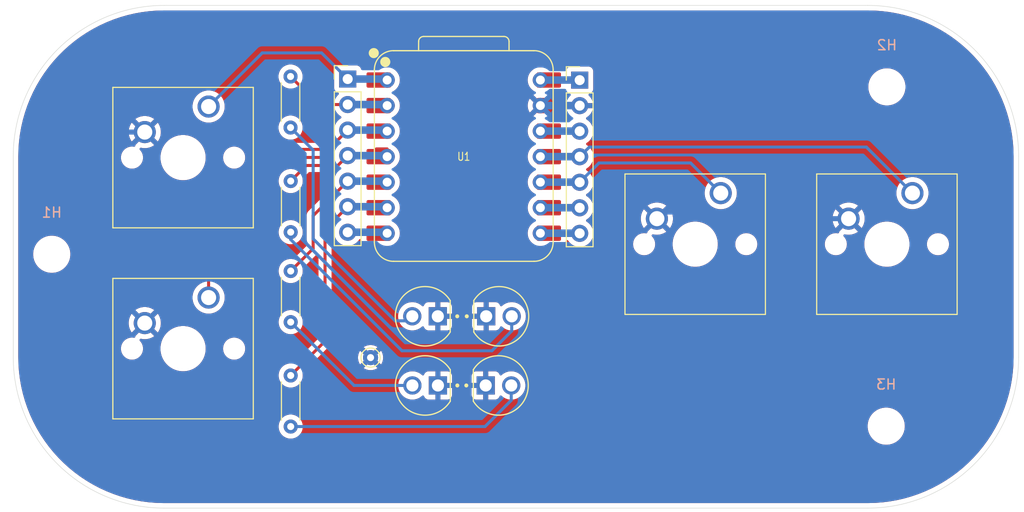
<source format=kicad_pcb>
(kicad_pcb (version 20241229) (generator "pcbnew") (generator_version "9.0")
  (title_block (title "ReflexGrid") (company "Rainier P.S."))
  (layers (0 "F.Cu" signal) (2 "B.Cu" signal) (13 "F.Paste" user) (15 "B.Paste" user) (5 "F.SilkS" user "F.Silkscreen") (7 "B.SilkS" user "B.Silkscreen") (1 "F.Mask" user) (3 "B.Mask" user) (25 "Edge.Cuts" user))
  (net 0 "")
  (net 1 "Net-(D1-PadA)")
  (net 2 "GND")
  (net 3 "Net-(D2-PadA)")
  (net 4 "Net-(D3-PadA)")
  (net 5 "Net-(D4-PadA)")
  (net 6 "/LED1")
  (net 7 "/LED2")
  (net 8 "/LED3")
  (net 9 "/LED4")
  (net 10 "/Button1")
  (net 11 "/Button2")
  (net 12 "/Button3")
  (net 13 "/Button4")
  (net 14 "Net-(J1-Pin_7)")
  (net 15 "Net-(J2-Pin_3)")
  (net 16 "Net-(J2-Pin_1)")
  (net 17 "Net-(J2-Pin_7)")
  (net 18 "Net-(J2-Pin_6)")
  (footprint "Resistor_THT:R_Axial_DIN0204_L3.6mm_D1.6mm_P5.08mm_Horizontal" (layer "F.Cu") (at 129.744973 100.4003 90)
    (property "Reference" "R2" (hide yes))
    (property "Value" "R")
    (fp_line (start 0.62 -0.92) (end 4.46 -0.92) (stroke (width 0.12)) (layer "F.SilkS"))
    (fp_line (start 0.62 0.92) (end 4.46 0.92) (stroke (width 0.12)) (layer "F.SilkS"))
    (pad "1" thru_hole circle (at 0 0 90) (size 1.4 1.4) (drill 0.7) (layers "*.Cu" "*.Mask") (net 3 "Net-(D2-PadA)"))
    (pad "2" thru_hole circle (at 5.08 0 90) (size 1.4 1.4) (drill 0.7) (layers "*.Cu" "*.Mask") (net 7 "/LED2"))
  )
  (footprint "Resistor_THT:R_Axial_DIN0204_L3.6mm_D1.6mm_P5.08mm_Horizontal" (layer "F.Cu") (at 129.729973 90.0003 90)
    (property "Reference" "R1" (hide yes))
    (property "Value" "R")
    (fp_line (start 0.62 -0.92) (end 4.46 -0.92) (stroke (width 0.12)) (layer "F.SilkS"))
    (fp_line (start 0.62 0.92) (end 4.46 0.92) (stroke (width 0.12)) (layer "F.SilkS"))
    (pad "1" thru_hole circle (at 0 0 90) (size 1.4 1.4) (drill 0.7) (layers "*.Cu" "*.Mask") (net 1 "Net-(D1-PadA)"))
    (pad "2" thru_hole circle (at 5.08 0 90) (size 1.4 1.4) (drill 0.7) (layers "*.Cu" "*.Mask") (net 6 "/LED1"))
  )
  (footprint "Button_Switch_Keyboard:SW_Cherry_MX_1.00u_PCB" (layer "F.Cu") (at 191.588723 96.5203)
    (property "Reference" "SW4" (hide yes))
    (property "Value" "SW_Push")
    (fp_line (start -9.525 -1.905) (end 4.445 -1.905) (stroke (width 0.12)) (layer "F.SilkS"))
    (fp_line (start -9.525 12.065) (end -9.525 -1.905) (stroke (width 0.12)) (layer "F.SilkS"))
    (fp_line (start 4.445 -1.905) (end 4.445 12.065) (stroke (width 0.12)) (layer "F.SilkS"))
    (fp_line (start 4.445 12.065) (end -9.525 12.065) (stroke (width 0.12)) (layer "F.SilkS"))
    (pad "" np_thru_hole circle (at -7.62 5.08) (size 1.7 1.7) (drill 1.7) (layers "*.Cu" "*.Mask"))
    (pad "" np_thru_hole circle (at -2.54 5.08) (size 4 4) (drill 4) (layers "*.Cu" "*.Mask"))
    (pad "" np_thru_hole circle (at 2.54 5.08) (size 1.7 1.7) (drill 1.7) (layers "*.Cu" "*.Mask"))
    (pad "1" thru_hole circle (at 0 0) (size 2.2 2.2) (drill 1.5) (layers "*.Cu" "*.Mask") (net 13 "/Button4"))
    (pad "2" thru_hole circle (at -6.35 2.54) (size 2.2 2.2) (drill 1.5) (layers "*.Cu" "*.Mask") (net 2 "GND"))
  )
  (footprint "Resistor_THT:R_Axial_DIN0204_L3.6mm_D1.6mm_P5.08mm_Horizontal" (layer "F.Cu") (at 129.744973 109.3503 90)
    (property "Reference" "R3" (hide yes))
    (property "Value" "R")
    (fp_line (start 0.62 -0.92) (end 4.46 -0.92) (stroke (width 0.12)) (layer "F.SilkS"))
    (fp_line (start 0.62 0.92) (end 4.46 0.92) (stroke (width 0.12)) (layer "F.SilkS"))
    (pad "1" thru_hole circle (at 0 0 90) (size 1.4 1.4) (drill 0.7) (layers "*.Cu" "*.Mask") (net 4 "Net-(D3-PadA)"))
    (pad "2" thru_hole circle (at 5.08 0 90) (size 1.4 1.4) (drill 0.7) (layers "*.Cu" "*.Mask") (net 8 "/LED3"))
  )
  (footprint "Footprints:LEDRD254W57D500H1070" (layer "F.Cu") (at 150.4129 115.6503)
    (property "Reference" "D4" (hide yes))
    (property "Value" "L08R5000Q1")
    (fp_line (start -2.5 -1.566) (end -2.5 1.566) (stroke (width 0.127)) (layer "F.SilkS"))
    (fp_arc (start -2.5 -1.566) (mid 2.961291 0) (end -2.5 1.566) (stroke (width 0.127)) (layer "F.SilkS"))
    (fp_circle (center -3.2 0) (end -3.1 0) (stroke (width 0.2)) (fill no) (layer "F.SilkS"))
    (pad "A" thru_hole circle (at 1.27 0) (size 1.815 1.815) (drill 1.21) (layers "*.Cu" "*.Mask") (net 5 "Net-(D4-PadA)"))
    (pad "C" thru_hole rect (at -1.27 0) (size 1.815 1.815) (drill 1.21) (layers "*.Cu" "*.Mask") (net 2 "GND"))
  )
  (footprint "MountingHole:MountingHole_3.2mm_M3" (layer "F.Cu") (at 105.979973 102.6003)
    (property "Reference" "H1" (at 0 -4.15 0) (layer "B.SilkS") (effects (justify mirror)))
    (property "Value" "MountingHole")
    (pad "" np_thru_hole circle (at 0 0) (size 3.2 3.2) (drill 3.2) (layers "*.Cu" "*.Mask"))
  )
  (footprint "Resistor_THT:R_Axial_DIN0204_L3.6mm_D1.6mm_P5.08mm_Horizontal" (layer "F.Cu") (at 129.744973 119.7403 90)
    (property "Reference" "R4" (hide yes))
    (property "Value" "R")
    (fp_line (start 0.62 -0.92) (end 4.46 -0.92) (stroke (width 0.12)) (layer "F.SilkS"))
    (fp_line (start 0.62 0.92) (end 4.46 0.92) (stroke (width 0.12)) (layer "F.SilkS"))
    (pad "1" thru_hole circle (at 0 0 90) (size 1.4 1.4) (drill 0.7) (layers "*.Cu" "*.Mask") (net 5 "Net-(D4-PadA)"))
    (pad "2" thru_hole circle (at 5.08 0 90) (size 1.4 1.4) (drill 0.7) (layers "*.Cu" "*.Mask") (net 9 "/LED4"))
  )
  (footprint "MountingHole:MountingHole_3.2mm_M3" (layer "F.Cu") (at 189.048723 85.9503)
    (property "Reference" "H2" (at 0 -4.15 0) (layer "B.SilkS") (effects (justify mirror)))
    (property "Value" "MountingHole")
    (pad "" np_thru_hole circle (at 0 0) (size 3.2 3.2) (drill 3.2) (layers "*.Cu" "*.Mask"))
  )
  (footprint "Footprints:XIAO-RP2040-DIP" (layer "F.Cu") (at 146.9604 92.8903)
    (property "Reference" "U1" (at 0 0 0) (layer "F.SilkS") (effects (font (size 0.8 0.635) (thickness 0.1016))))
    (property "Value" "XIAO-RP2040-DIP")
    (fp_line (start -8.89 8.509) (end -8.89 -8.636) (stroke (width 0.127)) (layer "F.SilkS"))
    (fp_line (start -6.985 10.414) (end 6.985 10.414) (stroke (width 0.127)) (layer "F.SilkS"))
    (fp_line (start -4.495 -10.541) (end -4.491272 -11.451272) (stroke (width 0.127)) (layer "F.SilkS"))
    (fp_line (start -3.991272 -11.951) (end 4.004 -11.951) (stroke (width 0.127)) (layer "F.SilkS"))
    (fp_line (start 4.504 -11.451) (end 4.504 -10.541) (stroke (width 0.127)) (layer "F.SilkS"))
    (fp_line (start 6.985 -10.541) (end -6.985 -10.541) (stroke (width 0.1)) (layer "F.SilkS"))
    (fp_line (start 6.985 -10.541) (end -6.985 -10.541) (stroke (width 0.127)) (layer "F.SilkS"))
    (fp_line (start 8.89 8.509) (end 8.89 -8.636) (stroke (width 0.127)) (layer "F.SilkS"))
    (fp_arc (start -8.89 -8.636) (mid -8.332038 -9.983038) (end -6.985 -10.541) (stroke (width 0.127)) (layer "F.SilkS"))
    (fp_arc (start -6.985 10.414) (mid -8.332038 9.856038) (end -8.89 8.509) (stroke (width 0.127)) (layer "F.SilkS"))
    (fp_arc (start -4.491272 -11.451272) (mid -4.344728 -11.80464) (end -3.991272 -11.951) (stroke (width 0.127)) (layer "F.SilkS"))
    (fp_arc (start 4.004 -11.951) (mid 4.357553 -11.804553) (end 4.504 -11.451) (stroke (width 0.127)) (layer "F.SilkS"))
    (fp_arc (start 6.985 -10.541) (mid 8.332038 -9.983038) (end 8.89 -8.636) (stroke (width 0.127)) (layer "F.SilkS"))
    (fp_arc (start 8.89 8.509) (mid 8.332038 9.856038) (end 6.985 10.414) (stroke (width 0.127)) (layer "F.SilkS"))
    (fp_circle (center -8.95 -10.3) (end -8.95 -10.554) (stroke (width 0.5)) (fill yes) (layer "F.SilkS"))
    (fp_circle (center -7.807 -9.42) (end -7.807 -9.674) (stroke (width 0.5)) (fill yes) (layer "F.SilkS"))
    (pad "1" smd roundrect (at -8.455 -7.62 180) (size 2.432 1.524) (layers "F.Cu" "F.Mask") (roundrect_rratio 0.1) (net 10 "/Button1"))
    (pad "1" thru_hole circle (at -7.62 -7.62 180) (size 1.524 1.524) (drill 0.889) (layers "*.Cu" "*.Mask") (net 10 "/Button1"))
    (pad "2" smd roundrect (at -8.455 -5.08 180) (size 2.432 1.524) (layers "F.Cu" "F.Mask") (roundrect_rratio 0.1) (net 6 "/LED1"))
    (pad "2" thru_hole circle (at -7.62 -5.08 180) (size 1.524 1.524) (drill 0.889) (layers "*.Cu" "*.Mask") (net 6 "/LED1"))
    (pad "3" smd roundrect (at -8.455 -2.54 180) (size 2.432 1.524) (layers "F.Cu" "F.Mask") (roundrect_rratio 0.1) (net 12 "/Button3"))
    (pad "3" thru_hole circle (at -7.62 -2.54 180) (size 1.524 1.524) (drill 0.889) (layers "*.Cu" "*.Mask") (net 12 "/Button3"))
    (pad "4" smd roundrect (at -8.455 0 180) (size 2.432 1.524) (layers "F.Cu" "F.Mask") (roundrect_rratio 0.1) (net 7 "/LED2"))
    (pad "4" thru_hole circle (at -7.62 0 180) (size 1.524 1.524) (drill 0.889) (layers "*.Cu" "*.Mask") (net 7 "/LED2"))
    (pad "5" smd roundrect (at -8.455 2.54 180) (size 2.432 1.524) (layers "F.Cu" "F.Mask") (roundrect_rratio 0.1) (net 8 "/LED3"))
    (pad "5" thru_hole circle (at -7.62 2.54 180) (size 1.524 1.524) (drill 0.889) (layers "*.Cu" "*.Mask") (net 8 "/LED3"))
    (pad "6" smd roundrect (at -8.455 5.08 180) (size 2.432 1.524) (layers "F.Cu" "F.Mask") (roundrect_rratio 0.1) (net 9 "/LED4"))
    (pad "6" thru_hole circle (at -7.62 5.08 180) (size 1.524 1.524) (drill 0.889) (layers "*.Cu" "*.Mask") (net 9 "/LED4"))
    (pad "7" smd roundrect (at -8.455 7.62 180) (size 2.432 1.524) (layers "F.Cu" "F.Mask") (roundrect_rratio 0.1) (net 14 "Net-(J1-Pin_7)"))
    (pad "7" thru_hole circle (at -7.62 7.62 180) (size 1.524 1.524) (drill 0.889) (layers "*.Cu" "*.Mask") (net 14 "Net-(J1-Pin_7)"))
    (pad "8" thru_hole circle (at 7.62 7.62) (size 1.524 1.524) (drill 0.889) (layers "*.Cu" "*.Mask") (net 17 "Net-(J2-Pin_7)"))
    (pad "8" smd roundrect (at 8.455 7.62) (size 2.432 1.524) (layers "F.Cu" "F.Mask") (roundrect_rratio 0.1) (net 17 "Net-(J2-Pin_7)"))
    (pad "9" thru_hole circle (at 7.62 5.08) (size 1.524 1.524) (drill 0.889) (layers "*.Cu" "*.Mask") (net 18 "Net-(J2-Pin_6)"))
    (pad "9" smd roundrect (at 8.455 5.08) (size 2.432 1.524) (layers "F.Cu" "F.Mask") (roundrect_rratio 0.1) (net 18 "Net-(J2-Pin_6)"))
    (pad "10" thru_hole circle (at 7.62 2.54) (size 1.524 1.524) (drill 0.889) (layers "*.Cu" "*.Mask") (net 11 "/Button2"))
    (pad "10" smd roundrect (at 8.455 2.54) (size 2.432 1.524) (layers "F.Cu" "F.Mask") (roundrect_rratio 0.1) (net 11 "/Button2"))
    (pad "11" thru_hole circle (at 7.62 0) (size 1.524 1.524) (drill 0.889) (layers "*.Cu" "*.Mask") (net 13 "/Button4"))
    (pad "11" smd roundrect (at 8.455 0) (size 2.432 1.524) (layers "F.Cu" "F.Mask") (roundrect_rratio 0.1) (net 13 "/Button4"))
    (pad "12" thru_hole circle (at 7.62 -2.54) (size 1.524 1.524) (drill 0.889) (layers "*.Cu" "*.Mask") (net 15 "Net-(J2-Pin_3)"))
    (pad "12" smd roundrect (at 8.455 -2.54) (size 2.432 1.524) (layers "F.Cu" "F.Mask") (roundrect_rratio 0.1) (net 15 "Net-(J2-Pin_3)"))
    (pad "13" thru_hole circle (at 7.62 -5.08) (size 1.524 1.524) (drill 0.889) (layers "*.Cu" "*.Mask") (net 2 "GND"))
    (pad "13" smd roundrect (at 8.455 -5.08) (size 2.432 1.524) (layers "F.Cu" "F.Mask") (roundrect_rratio 0.1) (net 2 "GND"))
    (pad "14" thru_hole circle (at 7.62 -7.62) (size 1.524 1.524) (drill 0.889) (layers "*.Cu" "*.Mask") (net 16 "Net-(J2-Pin_1)"))
    (pad "14" smd roundrect (at 8.455 -7.62) (size 2.432 1.524) (layers "F.Cu" "F.Mask") (roundrect_rratio 0.1) (net 16 "Net-(J2-Pin_1)"))
  )
  (footprint "Footprints:LEDRD254W57D500H1070" (layer "F.Cu") (at 143.109973 108.7703 180)
    (property "Reference" "D1" (hide yes))
    (property "Value" "L08R5000Q1")
    (fp_line (start -2.5 -1.566) (end -2.5 1.566) (stroke (width 0.127)) (layer "F.SilkS"))
    (fp_arc (start -2.5 -1.566) (mid 2.961291 0) (end -2.5 1.566) (stroke (width 0.127)) (layer "F.SilkS"))
    (fp_circle (center -3.2 0) (end -3.1 0) (stroke (width 0.2)) (fill no) (layer "F.SilkS"))
    (pad "A" thru_hole circle (at 1.27 0 180) (size 1.815 1.815) (drill 1.21) (layers "*.Cu" "*.Mask") (net 1 "Net-(D1-PadA)"))
    (pad "C" thru_hole rect (at -1.27 0 180) (size 1.815 1.815) (drill 1.21) (layers "*.Cu" "*.Mask") (net 2 "GND"))
  )
  (footprint "Footprints:LEDRD254W57D500H1070" (layer "F.Cu") (at 150.459973 108.7703)
    (property "Reference" "D2" (hide yes))
    (property "Value" "L08R5000Q1")
    (fp_line (start -2.5 -1.566) (end -2.5 1.566) (stroke (width 0.127)) (layer "F.SilkS"))
    (fp_arc (start -2.5 -1.566) (mid 2.961291 0) (end -2.5 1.566) (stroke (width 0.127)) (layer "F.SilkS"))
    (fp_circle (center -3.2 0) (end -3.1 0) (stroke (width 0.2)) (fill no) (layer "F.SilkS"))
    (pad "A" thru_hole circle (at 1.27 0) (size 1.815 1.815) (drill 1.21) (layers "*.Cu" "*.Mask") (net 3 "Net-(D2-PadA)"))
    (pad "C" thru_hole rect (at -1.27 0) (size 1.815 1.815) (drill 1.21) (layers "*.Cu" "*.Mask") (net 2 "GND"))
  )
  (footprint "MountingHole:MountingHole_3.2mm_M3" (layer "F.Cu") (at 188.979973 119.7003)
    (property "Reference" "H3" (at 0 -4.15 0) (layer "B.SilkS") (effects (justify mirror)))
    (property "Value" "MountingHole")
    (pad "" np_thru_hole circle (at 0 0) (size 3.2 3.2) (drill 3.2) (layers "*.Cu" "*.Mask"))
  )
  (footprint "Button_Switch_Keyboard:SW_Cherry_MX_1.00u_PCB" (layer "F.Cu") (at 172.521223 96.5203)
    (property "Reference" "SW2" (hide yes))
    (property "Value" "SW_Push")
    (fp_line (start -9.525 -1.905) (end 4.445 -1.905) (stroke (width 0.12)) (layer "F.SilkS"))
    (fp_line (start -9.525 12.065) (end -9.525 -1.905) (stroke (width 0.12)) (layer "F.SilkS"))
    (fp_line (start 4.445 -1.905) (end 4.445 12.065) (stroke (width 0.12)) (layer "F.SilkS"))
    (fp_line (start 4.445 12.065) (end -9.525 12.065) (stroke (width 0.12)) (layer "F.SilkS"))
    (pad "" np_thru_hole circle (at -7.62 5.08) (size 1.7 1.7) (drill 1.7) (layers "*.Cu" "*.Mask"))
    (pad "" np_thru_hole circle (at -2.54 5.08) (size 4 4) (drill 4) (layers "*.Cu" "*.Mask"))
    (pad "" np_thru_hole circle (at 2.54 5.08) (size 1.7 1.7) (drill 1.7) (layers "*.Cu" "*.Mask"))
    (pad "1" thru_hole circle (at 0 0) (size 2.2 2.2) (drill 1.5) (layers "*.Cu" "*.Mask") (net 11 "/Button2"))
    (pad "2" thru_hole circle (at -6.35 2.54) (size 2.2 2.2) (drill 1.5) (layers "*.Cu" "*.Mask") (net 2 "GND"))
  )
  (footprint "TestPoint:TestPoint_THTPad_D1.5mm_Drill0.7mm" (layer "F.Cu") (at 137.689973 112.8803)
    (property "Reference" "J3" (hide yes))
    (property "Value" "GND")
    (fp_circle (center 0 0) (end 0 0.95) (stroke (width 0.12)) (fill no) (layer "F.SilkS"))
    (pad "1" thru_hole circle (at 0 0) (size 1.5 1.5) (drill 0.7) (layers "*.Cu" "*.Mask") (net 2 "GND"))
  )
  (footprint "Footprints:PinHeader_1x07_P2.54mm_Vertical" (layer "F.Cu") (at 135.4154 85.1703)
    (property "Reference" "J1" (hide yes))
    (property "Value" "Conn_01x07")
    (fp_line (start -1.33 -1.33) (end 0 -1.33) (stroke (width 0.12)) (layer "F.SilkS"))
    (fp_line (start -1.33 0) (end -1.33 -1.33) (stroke (width 0.12)) (layer "F.SilkS"))
    (fp_line (start -1.33 1.27) (end -1.33 16.57) (stroke (width 0.12)) (layer "F.SilkS"))
    (fp_line (start -1.33 1.27) (end 1.33 1.27) (stroke (width 0.12)) (layer "F.SilkS"))
    (fp_line (start -1.33 16.57) (end 1.33 16.57) (stroke (width 0.12)) (layer "F.SilkS"))
    (fp_line (start 1.33 1.27) (end 1.33 16.57) (stroke (width 0.12)) (layer "F.SilkS"))
    (pad "1" thru_hole rect (at 0 0) (size 1.7 1.7) (drill 1) (layers "*.Cu" "*.Mask") (net 10 "/Button1"))
    (pad "2" thru_hole oval (at 0 2.54) (size 1.7 1.7) (drill 1) (layers "*.Cu" "*.Mask") (net 6 "/LED1"))
    (pad "3" thru_hole oval (at 0 5.08) (size 1.7 1.7) (drill 1) (layers "*.Cu" "*.Mask") (net 12 "/Button3"))
    (pad "4" thru_hole oval (at 0 7.62) (size 1.7 1.7) (drill 1) (layers "*.Cu" "*.Mask") (net 7 "/LED2"))
    (pad "5" thru_hole oval (at 0 10.16) (size 1.7 1.7) (drill 1) (layers "*.Cu" "*.Mask") (net 8 "/LED3"))
    (pad "6" thru_hole oval (at 0 12.7) (size 1.7 1.7) (drill 1) (layers "*.Cu" "*.Mask") (net 9 "/LED4"))
    (pad "7" thru_hole oval (at 0 15.24) (size 1.7 1.7) (drill 1) (layers "*.Cu" "*.Mask") (net 14 "Net-(J1-Pin_7)"))
  )
  (footprint "Footprints:PinHeader_1x07_P2.54mm_Vertical" (layer "F.Cu") (at 158.4904 85.2803)
    (property "Reference" "J2" (hide yes))
    (property "Value" "Conn_01x07")
    (fp_line (start -1.33 -1.33) (end 0 -1.33) (stroke (width 0.12)) (layer "F.SilkS"))
    (fp_line (start -1.33 0) (end -1.33 -1.33) (stroke (width 0.12)) (layer "F.SilkS"))
    (fp_line (start -1.33 1.27) (end -1.33 16.57) (stroke (width 0.12)) (layer "F.SilkS"))
    (fp_line (start -1.33 1.27) (end 1.33 1.27) (stroke (width 0.12)) (layer "F.SilkS"))
    (fp_line (start -1.33 16.57) (end 1.33 16.57) (stroke (width 0.12)) (layer "F.SilkS"))
    (fp_line (start 1.33 1.27) (end 1.33 16.57) (stroke (width 0.12)) (layer "F.SilkS"))
    (pad "1" thru_hole rect (at 0 0) (size 1.7 1.7) (drill 1) (layers "*.Cu" "*.Mask") (net 16 "Net-(J2-Pin_1)"))
    (pad "2" thru_hole oval (at 0 2.54) (size 1.7 1.7) (drill 1) (layers "*.Cu" "*.Mask") (net 2 "GND"))
    (pad "3" thru_hole oval (at 0 5.08) (size 1.7 1.7) (drill 1) (layers "*.Cu" "*.Mask") (net 15 "Net-(J2-Pin_3)"))
    (pad "4" thru_hole oval (at 0 7.62) (size 1.7 1.7) (drill 1) (layers "*.Cu" "*.Mask") (net 13 "/Button4"))
    (pad "5" thru_hole oval (at 0 10.16) (size 1.7 1.7) (drill 1) (layers "*.Cu" "*.Mask") (net 11 "/Button2"))
    (pad "6" thru_hole oval (at 0 12.7) (size 1.7 1.7) (drill 1) (layers "*.Cu" "*.Mask") (net 18 "Net-(J2-Pin_6)"))
    (pad "7" thru_hole oval (at 0 15.24) (size 1.7 1.7) (drill 1) (layers "*.Cu" "*.Mask") (net 17 "Net-(J2-Pin_7)"))
  )
  (footprint "Button_Switch_Keyboard:SW_Cherry_MX_1.00u_PCB" (layer "F.Cu") (at 121.580337 87.908163)
    (property "Reference" "SW1" (hide yes))
    (property "Value" "SW_Push")
    (fp_line (start -9.525 -1.905) (end 4.445 -1.905) (stroke (width 0.12)) (layer "F.SilkS"))
    (fp_line (start -9.525 12.065) (end -9.525 -1.905) (stroke (width 0.12)) (layer "F.SilkS"))
    (fp_line (start 4.445 -1.905) (end 4.445 12.065) (stroke (width 0.12)) (layer "F.SilkS"))
    (fp_line (start 4.445 12.065) (end -9.525 12.065) (stroke (width 0.12)) (layer "F.SilkS"))
    (pad "" np_thru_hole circle (at -7.62 5.08) (size 1.7 1.7) (drill 1.7) (layers "*.Cu" "*.Mask"))
    (pad "" np_thru_hole circle (at -2.54 5.08) (size 4 4) (drill 4) (layers "*.Cu" "*.Mask"))
    (pad "" np_thru_hole circle (at 2.54 5.08) (size 1.7 1.7) (drill 1.7) (layers "*.Cu" "*.Mask"))
    (pad "1" thru_hole circle (at 0 0) (size 2.2 2.2) (drill 1.5) (layers "*.Cu" "*.Mask") (net 10 "/Button1"))
    (pad "2" thru_hole circle (at -6.35 2.54) (size 2.2 2.2) (drill 1.5) (layers "*.Cu" "*.Mask") (net 2 "GND"))
  )
  (footprint "Footprints:LEDRD254W57D500H1070" (layer "F.Cu") (at 143.119973 115.6503 180)
    (property "Reference" "D3" (hide yes))
    (property "Value" "L08R5000Q1")
    (fp_line (start -2.5 -1.566) (end -2.5 1.566) (stroke (width 0.127)) (layer "F.SilkS"))
    (fp_arc (start -2.5 -1.566) (mid 2.961291 0) (end -2.5 1.566) (stroke (width 0.127)) (layer "F.SilkS"))
    (fp_circle (center -3.2 0) (end -3.1 0) (stroke (width 0.2)) (fill no) (layer "F.SilkS"))
    (pad "A" thru_hole circle (at 1.27 0 180) (size 1.815 1.815) (drill 1.21) (layers "*.Cu" "*.Mask") (net 4 "Net-(D3-PadA)"))
    (pad "C" thru_hole rect (at -1.27 0 180) (size 1.815 1.815) (drill 1.21) (layers "*.Cu" "*.Mask") (net 2 "GND"))
  )
  (footprint "Button_Switch_Keyboard:SW_Cherry_MX_1.00u_PCB" (layer "F.Cu") (at 121.580337 106.908163)
    (property "Reference" "SW3" (hide yes))
    (property "Value" "SW_Push")
    (fp_line (start -9.525 -1.905) (end 4.445 -1.905) (stroke (width 0.12)) (layer "F.SilkS"))
    (fp_line (start -9.525 12.065) (end -9.525 -1.905) (stroke (width 0.12)) (layer "F.SilkS"))
    (fp_line (start 4.445 -1.905) (end 4.445 12.065) (stroke (width 0.12)) (layer "F.SilkS"))
    (fp_line (start 4.445 12.065) (end -9.525 12.065) (stroke (width 0.12)) (layer "F.SilkS"))
    (pad "" np_thru_hole circle (at -7.62 5.08) (size 1.7 1.7) (drill 1.7) (layers "*.Cu" "*.Mask"))
    (pad "" np_thru_hole circle (at -2.54 5.08) (size 4 4) (drill 4) (layers "*.Cu" "*.Mask"))
    (pad "" np_thru_hole circle (at 2.54 5.08) (size 1.7 1.7) (drill 1.7) (layers "*.Cu" "*.Mask"))
    (pad "1" thru_hole circle (at 0 0) (size 2.2 2.2) (drill 1.5) (layers "*.Cu" "*.Mask") (net 12 "/Button3"))
    (pad "2" thru_hole circle (at -6.35 2.54) (size 2.2 2.2) (drill 1.5) (layers "*.Cu" "*.Mask") (net 2 "GND"))
  )
  (gr_arc (start 187.149973 77.850012) (mid 197.756575 82.24341) (end 202.149973 92.850012) (stroke (width 0.05)) (layer "Edge.Cuts"))
  (gr_line (start 187.149973 127.850012) (end 117.149973 127.850012) (stroke (width 0.05)) (layer "Edge.Cuts"))
  (gr_line (start 117.149973 77.850012) (end 187.149973 77.850012) (stroke (width 0.05)) (layer "Edge.Cuts"))
  (gr_line (start 102.149973 112.850012) (end 102.149973 92.850012) (stroke (width 0.05)) (layer "Edge.Cuts"))
  (gr_arc (start 202.149973 112.850012) (mid 197.756575 123.456614) (end 187.149973 127.850012) (stroke (width 0.05)) (layer "Edge.Cuts"))
  (gr_line (start 202.149973 92.850012) (end 202.149973 112.850012) (stroke (width 0.05)) (layer "Edge.Cuts"))
  (gr_arc (start 117.149973 127.850012) (mid 106.543371 123.456614) (end 102.149973 112.850012) (stroke (width 0.05)) (layer "Edge.Cuts"))
  (gr_arc (start 102.149973 92.850012) (mid 106.543367 82.243403) (end 117.149973 77.850012) (stroke (width 0.05)) (layer "Edge.Cuts"))
  (segment (start 140.131223 109.2203) (end 131.979973 101.06905) (width 0.3) (layer "B.Cu") (net 1))
  (segment (start 131.979973 101.06905) (end 131.979973 92.2503) (width 0.3) (layer "B.Cu") (net 1))
  (segment (start 131.979973 92.2503) (end 129.729973 90.0003) (width 0.3) (layer "B.Cu") (net 1))
  (segment (start 141.839973 109.2203) (end 140.131223 109.2203) (width 0.3) (layer "B.Cu") (net 1))
  (segment (start 185.238723 99.0603) (end 171.746223 99.0603) (width 0.5) (layer "B.Cu") (net 2))
  (segment (start 166.831223 98.4003) (end 166.171223 99.0603) (width 0.5) (layer "B.Cu") (net 2))
  (segment (start 171.746223 99.0603) (end 171.086223 98.4003) (width 0.5) (layer "B.Cu") (net 2))
  (segment (start 111.711223 92.2503) (end 111.711223 105.9503) (width 0.5) (layer "B.Cu") (net 2))
  (segment (start 149.127579 109.237747) (end 149.162473 109.202853) (width 0.5) (layer "B.Cu") (net 2))
  (segment (start 158.4804 87.8103) (end 158.4904 87.8203) (width 0.75) (layer "B.Cu") (net 2))
  (segment (start 149.117794 116.087747) (end 149.1429 116.112853) (width 0.5) (layer "B.Cu") (net 2))
  (segment (start 111.711223 105.9503) (end 115.209086 109.448163) (width 0.5) (layer "B.Cu") (net 2))
  (segment (start 171.086223 98.4003) (end 166.831223 98.4003) (width 0.5) (layer "B.Cu") (net 2))
  (segment (start 115.209086 109.448163) (end 115.230337 109.448163) (width 0.5) (layer "B.Cu") (net 2))
  (segment (start 115.230337 90.448163) (end 113.51336 90.448163) (width 0.5) (layer "B.Cu") (net 2))
  (segment (start 113.51336 90.448163) (end 111.711223 92.2503) (width 0.5) (layer "B.Cu") (net 2))
  (segment (start 154.5804 87.8103) (end 158.4804 87.8103) (width 0.75) (layer "B.Cu") (net 2))
  (segment (start 158.5504 87.7603) (end 158.4904 87.8203) (width 0.75) (layer "B.Cu") (net 2))
  (segment (start 129.744973 101.13405) (end 129.744973 100.4003) (width 0.3) (layer "B.Cu") (net 3))
  (segment (start 129.409973 100.4003) (end 130.079973 100.4003) (width 0.3) (layer "B.Cu") (net 3))
  (segment (start 140.811223 112.2003) (end 129.744973 101.13405) (width 0.3) (layer "B.Cu") (net 3))
  (segment (start 149.761223 112.2003) (end 140.811223 112.2003) (width 0.3) (layer "B.Cu") (net 3))
  (segment (start 151.729973 108.7703) (end 151.729973 110.23155) (width 0.3) (layer "B.Cu") (net 3))
  (segment (start 151.729973 110.23155) (end 149.761223 112.2003) (width 0.3) (layer "B.Cu") (net 3))
  (segment (start 136.044973 115.6503) (end 141.849973 115.6503) (width 0.3) (layer "B.Cu") (net 4))
  (segment (start 129.744973 109.3503) (end 136.044973 115.6503) (width 0.3) (layer "B.Cu") (net 4))
  (segment (start 149.071223 119.7403) (end 129.744973 119.7403) (width 0.3) (layer "B.Cu") (net 5))
  (segment (start 151.6829 115.6503) (end 151.6829 117.128623) (width 0.3) (layer "B.Cu") (net 5))
  (segment (start 151.6829 117.128623) (end 149.071223 119.7403) (width 0.3) (layer "B.Cu") (net 5))
  (segment (start 129.729973 84.9203) (end 132.519973 87.7103) (width 0.3) (layer "F.Cu") (net 6))
  (segment (start 129.729973 84.9203) (end 129.729973 84.9503) (width 0.3) (layer "F.Cu") (net 6))
  (segment (start 132.519973 87.7103) (end 135.4154 87.7103) (width 0.3) (layer "F.Cu") (net 6))
  (segment (start 139.2404 87.7103) (end 139.3404 87.8103) (width 0.75) (layer "B.Cu") (net 6))
  (segment (start 135.4154 87.7103) (end 139.2404 87.7103) (width 0.75) (layer "B.Cu") (net 6))
  (segment (start 134.4354 93.7703) (end 135.4154 92.7903) (width 0.3) (layer "F.Cu") (net 7))
  (segment (start 138.26277 92.1218) (end 139.3404 92.1218) (width 0.3) (layer "F.Cu") (net 7))
  (segment (start 131.294973 93.7703) (end 134.4354 93.7703) (width 0.3) (layer "F.Cu") (net 7))
  (segment (start 129.744973 95.3203) (end 131.294973 93.7703) (width 0.3) (layer "F.Cu") (net 7))
  (segment (start 139.2404 92.7903) (end 139.3404 92.8903) (width 0.75) (layer "B.Cu") (net 7))
  (segment (start 135.4154 92.7903) (end 139.2404 92.7903) (width 0.75) (layer "B.Cu") (net 7))
  (segment (start 131.979973 102.0353) (end 129.744973 104.2703) (width 0.3) (layer "F.Cu") (net 8))
  (segment (start 131.979973 98.765727) (end 131.979973 102.0353) (width 0.3) (layer "F.Cu") (net 8))
  (segment (start 135.4154 95.3303) (end 131.979973 98.765727) (width 0.3) (layer "F.Cu") (net 8))
  (segment (start 135.4154 95.3303) (end 139.2404 95.3303) (width 0.75) (layer "B.Cu") (net 8))
  (segment (start 139.2404 95.3303) (end 139.3404 95.4303) (width 0.75) (layer "B.Cu") (net 8))
  (segment (start 129.744973 114.6603) (end 133.161223 111.24405) (width 0.3) (layer "F.Cu") (net 9))
  (segment (start 133.161223 100.124477) (end 135.4154 97.8703) (width 0.3) (layer "F.Cu") (net 9))
  (segment (start 133.161223 111.24405) (end 133.161223 100.124477) (width 0.3) (layer "F.Cu") (net 9))
  (segment (start 135.4154 97.8703) (end 139.2404 97.8703) (width 0.75) (layer "B.Cu") (net 9))
  (segment (start 139.2404 97.8703) (end 139.3404 97.9703) (width 0.75) (layer "B.Cu") (net 9))
  (segment (start 135.4154 85.1703) (end 132.8154 82.5703) (width 0.3) (layer "B.Cu") (net 10))
  (segment (start 135.4154 85.1703) (end 139.2404 85.1703) (width 0.75) (layer "B.Cu") (net 10))
  (segment (start 139.2404 85.1703) (end 139.3404 85.2703) (width 0.75) (layer "B.Cu") (net 10))
  (segment (start 132.8154 82.5703) (end 126.9182 82.5703) (width 0.3) (layer "B.Cu") (net 10))
  (segment (start 126.9182 82.5703) (end 121.580337 87.908163) (width 0.3) (layer "B.Cu") (net 10))
  (segment (start 158.4804 95.4303) (end 158.4904 95.4403) (width 0.75) (layer "B.Cu") (net 11))
  (segment (start 154.5804 95.4303) (end 158.4804 95.4303) (width 0.75) (layer "B.Cu") (net 11))
  (segment (start 172.521223 96.5203) (end 169.519086 93.518163) (width 0.3) (layer "B.Cu") (net 11))
  (segment (start 160.412537 93.518163) (end 158.4904 95.4403) (width 0.3) (layer "B.Cu") (net 11))
  (segment (start 169.519086 93.518163) (end 160.412537 93.518163) (width 0.3) (layer "B.Cu") (net 11))
  (segment (start 135.4154 90.2503) (end 133.4954 92.1703) (width 0.3) (layer "F.Cu") (net 12))
  (segment (start 133.4954 92.1703) (end 129.289973 92.1703) (width 0.3) (layer "F.Cu") (net 12))
  (segment (start 121.580337 99.879936) (end 121.580337 106.908163) (width 0.3) (layer "F.Cu") (net 12))
  (segment (start 129.289973 92.1703) (end 121.580337 99.879936) (width 0.3) (layer "F.Cu") (net 12))
  (segment (start 135.4154 90.2503) (end 139.2404 90.2503) (width 0.75) (layer "B.Cu") (net 12))
  (segment (start 139.2404 90.2503) (end 139.3404 90.3503) (width 0.75) (layer "B.Cu") (net 12))
  (segment (start 154.5804 92.8903) (end 158.4804 92.8903) (width 0.75) (layer "B.Cu") (net 13))
  (segment (start 158.4904 92.9003) (end 159.452537 91.938163) (width 0.3) (layer "B.Cu") (net 13))
  (segment (start 159.452537 91.938163) (end 187.006586 91.938163) (width 0.3) (layer "B.Cu") (net 13))
  (segment (start 158.4804 92.8903) (end 158.4904 92.9003) (width 0.75) (layer "B.Cu") (net 13))
  (segment (start 187.006586 91.938163) (end 191.588723 96.5203) (width 0.3) (layer "B.Cu") (net 13))
  (segment (start 135.2854 100.5403) (end 135.4154 100.4103) (width 0.3) (layer "B.Cu") (net 14))
  (segment (start 135.4154 100.4103) (end 139.2404 100.4103) (width 0.75) (layer "B.Cu") (net 14))
  (segment (start 139.2404 100.4103) (end 139.3404 100.5103) (width 0.75) (layer "B.Cu") (net 14))
  (segment (start 158.4804 90.3503) (end 158.4904 90.3603) (width 0.75) (layer "B.Cu") (net 15))
  (segment (start 154.5804 90.3503) (end 158.4804 90.3503) (width 0.75) (layer "B.Cu") (net 15))
  (segment (start 158.4804 85.2703) (end 158.4904 85.2803) (width 0.75) (layer "B.Cu") (net 16))
  (segment (start 154.5804 85.2703) (end 158.4804 85.2703) (width 0.75) (layer "B.Cu") (net 16))
  (segment (start 158.4804 100.5103) (end 158.4904 100.5203) (width 0.75) (layer "B.Cu") (net 17))
  (segment (start 154.5804 100.5103) (end 158.4804 100.5103) (width 0.75) (layer "B.Cu") (net 17))
  (segment (start 158.4904 101.145406) (end 158.4904 100.5203) (width 0.3) (layer "B.Cu") (net 17))
  (segment (start 158.4804 97.9703) (end 158.4904 97.9803) (width 0.75) (layer "B.Cu") (net 18))
  (segment (start 154.5804 97.9703) (end 158.4804 97.9703) (width 0.75) (layer "B.Cu") (net 18))
  (zone (net 2) (net_name "GND") (layers "F.Cu" "B.Cu") (connect_pads (clearance 0.5)) (min_thickness 0.25) (fill yes (thermal_gap 0.5) (thermal_bridge_width 0.5))
    (polygon (pts (xy 101.599973 77.4403) (xy 101.589973 128.2603) (xy 202.709973 128.2603) (xy 202.709973 77.3103)))
  )
)
</source>
